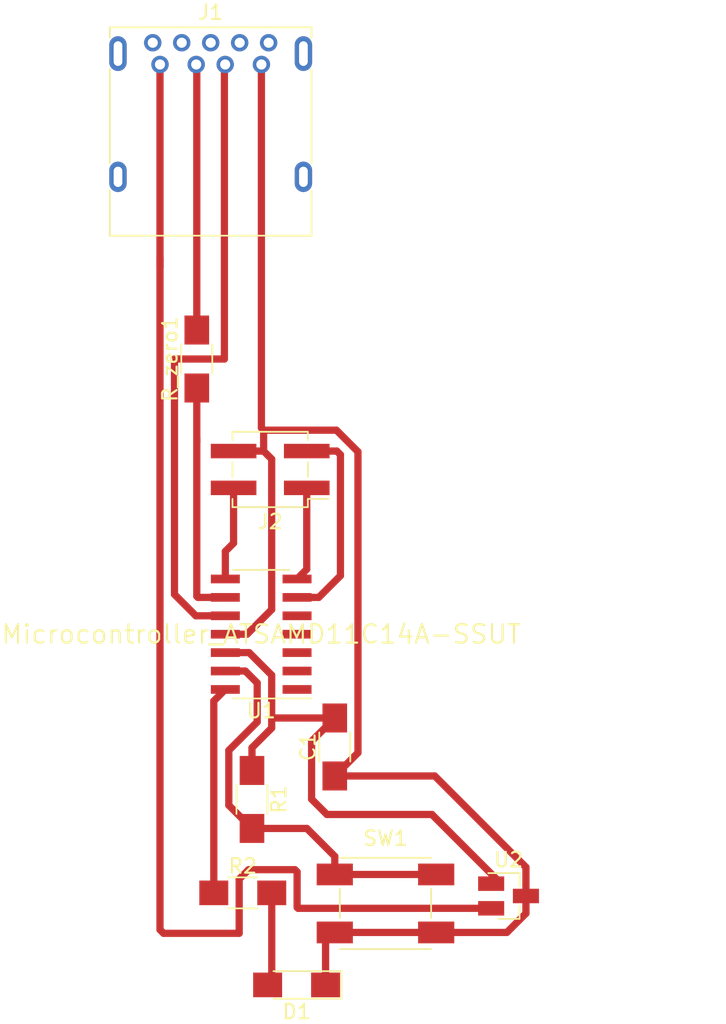
<source format=kicad_pcb>
(kicad_pcb (version 20171130) (host pcbnew "(5.1.10-1-10_14)")

  (general
    (thickness 1.6)
    (drawings 0)
    (tracks 86)
    (zones 0)
    (modules 10)
    (nets 19)
  )

  (page A4)
  (layers
    (0 F.Cu signal)
    (31 B.Cu signal)
    (32 B.Adhes user)
    (33 F.Adhes user)
    (34 B.Paste user)
    (35 F.Paste user)
    (36 B.SilkS user)
    (37 F.SilkS user)
    (38 B.Mask user)
    (39 F.Mask user)
    (40 Dwgs.User user)
    (41 Cmts.User user)
    (42 Eco1.User user)
    (43 Eco2.User user)
    (44 Edge.Cuts user)
    (45 Margin user)
    (46 B.CrtYd user)
    (47 F.CrtYd user)
    (48 B.Fab user)
    (49 F.Fab user)
  )

  (setup
    (last_trace_width 0.5)
    (trace_clearance 0.5)
    (zone_clearance 0.508)
    (zone_45_only no)
    (trace_min 0.2)
    (via_size 0.8)
    (via_drill 0.4)
    (via_min_size 0.4)
    (via_min_drill 0.3)
    (uvia_size 0.3)
    (uvia_drill 0.1)
    (uvias_allowed no)
    (uvia_min_size 0.2)
    (uvia_min_drill 0.1)
    (edge_width 0.05)
    (segment_width 0.2)
    (pcb_text_width 0.3)
    (pcb_text_size 1.5 1.5)
    (mod_edge_width 0.12)
    (mod_text_size 1 1)
    (mod_text_width 0.15)
    (pad_size 1.524 1.524)
    (pad_drill 0.762)
    (pad_to_mask_clearance 0)
    (aux_axis_origin 0 0)
    (visible_elements FFFFFF7F)
    (pcbplotparams
      (layerselection 0x010fc_ffffffff)
      (usegerberextensions false)
      (usegerberattributes true)
      (usegerberadvancedattributes true)
      (creategerberjobfile true)
      (excludeedgelayer true)
      (linewidth 0.100000)
      (plotframeref false)
      (viasonmask false)
      (mode 1)
      (useauxorigin false)
      (hpglpennumber 1)
      (hpglpenspeed 20)
      (hpglpendiameter 15.000000)
      (psnegative false)
      (psa4output false)
      (plotreference true)
      (plotvalue true)
      (plotinvisibletext false)
      (padsonsilk false)
      (subtractmaskfromsilk false)
      (outputformat 1)
      (mirror false)
      (drillshape 1)
      (scaleselection 1)
      (outputdirectory ""))
  )

  (net 0 "")
  (net 1 "Net-(D1-Pad2)")
  (net 2 "Net-(J1-Pad2)")
  (net 3 "Net-(J1-Pad3)")
  (net 4 "Net-(J1-Pad5)")
  (net 5 "Net-(J2-Pad1)")
  (net 6 "Net-(J2-Pad2)")
  (net 7 "Net-(J2-Pad3)")
  (net 8 "Net-(R1-Pad2)")
  (net 9 "Net-(R2-Pad1)")
  (net 10 "Net-(U1-Pad1)")
  (net 11 "Net-(U1-Pad2)")
  (net 12 "Net-(U1-Pad3)")
  (net 13 "Net-(U1-Pad4)")
  (net 14 "Net-(U1-Pad5)")
  (net 15 +3V3)
  (net 16 GND)
  (net 17 +5V)
  (net 18 "Net-(R_zero1-Pad1)")

  (net_class Default "This is the default net class."
    (clearance 0.5)
    (trace_width 0.5)
    (via_dia 0.8)
    (via_drill 0.4)
    (uvia_dia 0.3)
    (uvia_drill 0.1)
    (add_net +3V3)
    (add_net +5V)
    (add_net GND)
    (add_net "Net-(D1-Pad2)")
    (add_net "Net-(J1-Pad2)")
    (add_net "Net-(J1-Pad3)")
    (add_net "Net-(J1-Pad5)")
    (add_net "Net-(J2-Pad1)")
    (add_net "Net-(J2-Pad2)")
    (add_net "Net-(J2-Pad3)")
    (add_net "Net-(R1-Pad2)")
    (add_net "Net-(R2-Pad1)")
    (add_net "Net-(R_zero1-Pad1)")
    (add_net "Net-(U1-Pad1)")
    (add_net "Net-(U1-Pad2)")
    (add_net "Net-(U1-Pad3)")
    (add_net "Net-(U1-Pad4)")
    (add_net "Net-(U1-Pad5)")
  )

  (module fab:SOT-23 (layer F.Cu) (tedit 60A7B52C) (tstamp 61622000)
    (at 137.725 110.705)
    (descr "SOT-23, Standard")
    (tags SOT-23)
    (path /617F4D90)
    (attr smd)
    (fp_text reference U2 (at 0 -2.5) (layer F.SilkS)
      (effects (font (size 1 1) (thickness 0.15)))
    )
    (fp_text value Regulator_Linear_LM3480-3.3V-100mA (at 0 2.5) (layer F.Fab)
      (effects (font (size 1 1) (thickness 0.15)))
    )
    (fp_line (start 0.76 1.58) (end -0.7 1.58) (layer F.SilkS) (width 0.12))
    (fp_line (start 0.76 -1.58) (end -1.4 -1.58) (layer F.SilkS) (width 0.12))
    (fp_line (start -2.2 1.75) (end -2.2 -1.75) (layer F.CrtYd) (width 0.05))
    (fp_line (start 2.2 1.75) (end -2.2 1.75) (layer F.CrtYd) (width 0.05))
    (fp_line (start 2.2 -1.75) (end 2.2 1.75) (layer F.CrtYd) (width 0.05))
    (fp_line (start -2.2 -1.75) (end 2.2 -1.75) (layer F.CrtYd) (width 0.05))
    (fp_line (start 0.76 -1.58) (end 0.76 -0.65) (layer F.SilkS) (width 0.12))
    (fp_line (start 0.76 1.58) (end 0.76 0.65) (layer F.SilkS) (width 0.12))
    (fp_line (start -0.7 1.52) (end 0.7 1.52) (layer F.Fab) (width 0.1))
    (fp_line (start 0.7 -1.52) (end 0.7 1.52) (layer F.Fab) (width 0.1))
    (fp_line (start -0.7 -0.95) (end -0.15 -1.52) (layer F.Fab) (width 0.1))
    (fp_line (start -0.15 -1.52) (end 0.7 -1.52) (layer F.Fab) (width 0.1))
    (fp_line (start -0.7 -0.95) (end -0.7 1.5) (layer F.Fab) (width 0.1))
    (fp_text user %R (at 0 0 90) (layer F.Fab)
      (effects (font (size 0.5 0.5) (thickness 0.075)))
    )
    (pad 3 smd rect (at 1.2 0) (size 1.8 1) (layers F.Cu F.Paste F.Mask)
      (net 16 GND))
    (pad 2 smd rect (at -1.2 0.85) (size 1.8 1) (layers F.Cu F.Paste F.Mask)
      (net 17 +5V))
    (pad 1 smd rect (at -1.2 -0.85) (size 1.8 1) (layers F.Cu F.Paste F.Mask)
      (net 15 +3V3))
    (model ${KISYS3DMOD}/TO_SOT_Packages_SMD.3dshapes/SOT-23.wrl
      (at (xyz 0 0 0))
      (scale (xyz 1 1 1))
      (rotate (xyz 0 0 0))
    )
  )

  (module fab:PinHeader_2x02_P2.54mm_Vertical_SMD (layer F.Cu) (tedit 608517CB) (tstamp 616128B4)
    (at 121.27 81.28 180)
    (descr "surface-mounted straight pin header, 2x02, 2.54mm pitch, double rows")
    (tags "Surface mounted pin header SMD 2x02 2.54mm double row")
    (path /6162C177)
    (attr smd)
    (fp_text reference J2 (at 0 -3.6) (layer F.SilkS)
      (effects (font (size 1 1) (thickness 0.15)))
    )
    (fp_text value Conn_PinHeader_2x02_P2.54mm_Vertical_SMD (at 0 3.6) (layer F.Fab)
      (effects (font (size 1 1) (thickness 0.15)))
    )
    (fp_line (start 5.9 -3.05) (end -5.9 -3.05) (layer F.CrtYd) (width 0.05))
    (fp_line (start 5.9 3.05) (end 5.9 -3.05) (layer F.CrtYd) (width 0.05))
    (fp_line (start -5.9 3.05) (end 5.9 3.05) (layer F.CrtYd) (width 0.05))
    (fp_line (start -5.9 -3.05) (end -5.9 3.05) (layer F.CrtYd) (width 0.05))
    (fp_line (start 2.6 -0.51) (end 2.6 0.51) (layer F.SilkS) (width 0.12))
    (fp_line (start -2.6 -0.51) (end -2.6 0.51) (layer F.SilkS) (width 0.12))
    (fp_line (start 2.6 2.03) (end 2.6 2.6) (layer F.SilkS) (width 0.12))
    (fp_line (start -2.6 2.03) (end -2.6 2.6) (layer F.SilkS) (width 0.12))
    (fp_line (start 2.6 -2.6) (end 2.6 -2.03) (layer F.SilkS) (width 0.12))
    (fp_line (start -2.6 -2.6) (end -2.6 -2.03) (layer F.SilkS) (width 0.12))
    (fp_line (start -4.04 -2.03) (end -2.6 -2.03) (layer F.SilkS) (width 0.12))
    (fp_line (start -2.6 2.6) (end 2.6 2.6) (layer F.SilkS) (width 0.12))
    (fp_line (start -2.6 -2.6) (end 2.6 -2.6) (layer F.SilkS) (width 0.12))
    (fp_line (start 3.6 1.59) (end 2.54 1.59) (layer F.Fab) (width 0.1))
    (fp_line (start 3.6 0.95) (end 3.6 1.59) (layer F.Fab) (width 0.1))
    (fp_line (start 2.54 0.95) (end 3.6 0.95) (layer F.Fab) (width 0.1))
    (fp_line (start -3.6 1.59) (end -2.54 1.59) (layer F.Fab) (width 0.1))
    (fp_line (start -3.6 0.95) (end -3.6 1.59) (layer F.Fab) (width 0.1))
    (fp_line (start -2.54 0.95) (end -3.6 0.95) (layer F.Fab) (width 0.1))
    (fp_line (start 3.6 -0.95) (end 2.54 -0.95) (layer F.Fab) (width 0.1))
    (fp_line (start 3.6 -1.59) (end 3.6 -0.95) (layer F.Fab) (width 0.1))
    (fp_line (start 2.54 -1.59) (end 3.6 -1.59) (layer F.Fab) (width 0.1))
    (fp_line (start -3.6 -0.95) (end -2.54 -0.95) (layer F.Fab) (width 0.1))
    (fp_line (start -3.6 -1.59) (end -3.6 -0.95) (layer F.Fab) (width 0.1))
    (fp_line (start -2.54 -1.59) (end -3.6 -1.59) (layer F.Fab) (width 0.1))
    (fp_line (start 2.54 -2.54) (end 2.54 2.54) (layer F.Fab) (width 0.1))
    (fp_line (start -2.54 -1.59) (end -1.59 -2.54) (layer F.Fab) (width 0.1))
    (fp_line (start -2.54 2.54) (end -2.54 -1.59) (layer F.Fab) (width 0.1))
    (fp_line (start -1.59 -2.54) (end 2.54 -2.54) (layer F.Fab) (width 0.1))
    (fp_line (start 2.54 2.54) (end -2.54 2.54) (layer F.Fab) (width 0.1))
    (fp_text user %R (at 0 0 90) (layer F.Fab)
      (effects (font (size 1 1) (thickness 0.15)))
    )
    (pad 1 smd rect (at -2.525 -1.27 180) (size 3.15 1) (layers F.Cu F.Paste F.Mask)
      (net 5 "Net-(J2-Pad1)"))
    (pad 2 smd rect (at 2.525 -1.27 180) (size 3.15 1) (layers F.Cu F.Paste F.Mask)
      (net 6 "Net-(J2-Pad2)"))
    (pad 3 smd rect (at -2.525 1.27 180) (size 3.15 1) (layers F.Cu F.Paste F.Mask)
      (net 7 "Net-(J2-Pad3)"))
    (pad 4 smd rect (at 2.525 1.27 180) (size 3.15 1) (layers F.Cu F.Paste F.Mask)
      (net 16 GND))
    (model ${KISYS3DMOD}/Connector_PinHeader_2.54mm.3dshapes/PinHeader_2x02_P2.54mm_Vertical_SMD.wrl
      (at (xyz 0 0 0))
      (scale (xyz 1 1 1))
      (rotate (xyz 0 0 0))
    )
  )

  (module fab:SOIC-14_3.9x8.7mm_P1.27mm (layer F.Cu) (tedit 60030324) (tstamp 616124B4)
    (at 120.65 92.645 180)
    (descr "SOIC, 14 Pin, fab version")
    (tags "SOIC fab")
    (path /61604A46)
    (attr smd)
    (fp_text reference U1 (at 0 -5.28) (layer F.SilkS)
      (effects (font (size 1 1) (thickness 0.15)))
    )
    (fp_text value Microcontroller_ATSAMD11C14A-SSUT (at 0 0) (layer F.SilkS)
      (effects (font (size 1.27 1.27) (thickness 0.15)))
    )
    (fp_line (start -1.95 -3.35) (end -0.975 -4.325) (layer F.Fab) (width 0.1))
    (fp_line (start -1.95 4.325) (end -1.95 -3.35) (layer F.Fab) (width 0.1))
    (fp_line (start 1.95 4.325) (end -1.95 4.325) (layer F.Fab) (width 0.1))
    (fp_line (start 1.95 -4.325) (end 1.95 4.325) (layer F.Fab) (width 0.1))
    (fp_line (start -0.975 -4.325) (end 1.95 -4.325) (layer F.Fab) (width 0.1))
    (fp_line (start 0 -4.435) (end -3.45 -4.435) (layer F.SilkS) (width 0.12))
    (fp_line (start 0 -4.435) (end 1.95 -4.435) (layer F.SilkS) (width 0.12))
    (fp_line (start 0 4.435) (end -1.95 4.435) (layer F.SilkS) (width 0.12))
    (fp_line (start 0 4.435) (end 1.95 4.435) (layer F.SilkS) (width 0.12))
    (fp_line (start -3.6 -4.5) (end 3.7 -4.5) (layer F.CrtYd) (width 0.05))
    (fp_line (start 3.7 -4.5) (end 3.7 4.5) (layer F.CrtYd) (width 0.05))
    (fp_line (start 3.7 4.5) (end -3.6 4.5) (layer F.CrtYd) (width 0.05))
    (fp_line (start -3.6 4.5) (end -3.6 -4.5) (layer F.CrtYd) (width 0.05))
    (fp_text user %R (at 0 0) (layer F.CrtYd)
      (effects (font (size 1 1) (thickness 0.15)))
    )
    (pad 1 smd rect (at -2.475 -3.81 180) (size 2 0.6) (layers F.Cu F.Paste F.Mask)
      (net 10 "Net-(U1-Pad1)"))
    (pad 2 smd rect (at -2.475 -2.54 180) (size 2 0.6) (layers F.Cu F.Paste F.Mask)
      (net 11 "Net-(U1-Pad2)"))
    (pad 3 smd rect (at -2.475 -1.27 180) (size 2 0.6) (layers F.Cu F.Paste F.Mask)
      (net 12 "Net-(U1-Pad3)"))
    (pad 4 smd rect (at -2.475 0 180) (size 2 0.6) (layers F.Cu F.Paste F.Mask)
      (net 13 "Net-(U1-Pad4)"))
    (pad 5 smd rect (at -2.475 1.27 180) (size 2 0.6) (layers F.Cu F.Paste F.Mask)
      (net 14 "Net-(U1-Pad5)"))
    (pad 6 smd rect (at -2.475 2.54 180) (size 2 0.6) (layers F.Cu F.Paste F.Mask)
      (net 7 "Net-(J2-Pad3)"))
    (pad 7 smd rect (at -2.475 3.81 180) (size 2 0.6) (layers F.Cu F.Paste F.Mask)
      (net 5 "Net-(J2-Pad1)"))
    (pad 8 smd rect (at 2.475 3.81 180) (size 2 0.6) (layers F.Cu F.Paste F.Mask)
      (net 6 "Net-(J2-Pad2)"))
    (pad 9 smd rect (at 2.475 2.54 180) (size 2 0.6) (layers F.Cu F.Paste F.Mask)
      (net 18 "Net-(R_zero1-Pad1)"))
    (pad 10 smd rect (at 2.475 1.27 180) (size 2 0.6) (layers F.Cu F.Paste F.Mask)
      (net 3 "Net-(J1-Pad3)"))
    (pad 11 smd rect (at 2.475 0 180) (size 2 0.6) (layers F.Cu F.Paste F.Mask)
      (net 16 GND))
    (pad 12 smd rect (at 2.475 -1.27 180) (size 2 0.6) (layers F.Cu F.Paste F.Mask)
      (net 15 +3V3))
    (pad 13 smd rect (at 2.475 -2.54 180) (size 2 0.6) (layers F.Cu F.Paste F.Mask)
      (net 8 "Net-(R1-Pad2)"))
    (pad 14 smd rect (at 2.475 -3.81 180) (size 2 0.6) (layers F.Cu F.Paste F.Mask)
      (net 9 "Net-(R2-Pad1)"))
    (model ${FAB}/fab.3dshapes/SOIC-14_3.9x8.7mm_P1.27mm.step
      (at (xyz 0 0 0))
      (scale (xyz 1 1 1))
      (rotate (xyz 0 0 0))
    )
  )

  (module Connector_USB:USB3_A_Molex_48393-001 (layer F.Cu) (tedit 5A142044) (tstamp 6160C5CB)
    (at 113.665 53.34)
    (descr "USB 3.0, type A, right angle (http://www.molex.com/pdm_docs/sd/483930003_sd.pdf)")
    (tags "USB 3.0 type A right angle")
    (path /61606C2B)
    (fp_text reference J1 (at 3.5 -3.6) (layer F.SilkS)
      (effects (font (size 1 1) (thickness 0.15)))
    )
    (fp_text value USB_A (at 3.5 13) (layer F.Fab)
      (effects (font (size 1 1) (thickness 0.15)))
    )
    (fp_line (start -3.46 -2.56) (end -3.46 -1.85) (layer F.SilkS) (width 0.12))
    (fp_line (start 10.46 -2.56) (end 10.46 -1.85) (layer F.SilkS) (width 0.12))
    (fp_line (start -3.4 11.75) (end -3.4 -2.5) (layer F.Fab) (width 0.1))
    (fp_line (start 10.4 -2.5) (end 10.4 11.75) (layer F.Fab) (width 0.1))
    (fp_line (start -4 12.3) (end -4 -3) (layer F.CrtYd) (width 0.05))
    (fp_line (start 11 12.3) (end -4 12.3) (layer F.CrtYd) (width 0.05))
    (fp_line (start 11 -3) (end 11 12.3) (layer F.CrtYd) (width 0.05))
    (fp_line (start -4 -3) (end 11 -3) (layer F.CrtYd) (width 0.05))
    (fp_line (start -3.46 -2.56) (end 10.46 -2.56) (layer F.SilkS) (width 0.12))
    (fp_line (start 10.46 6.8) (end 10.46 0.35) (layer F.SilkS) (width 0.12))
    (fp_line (start -3.46 6.8) (end -3.46 0.35) (layer F.SilkS) (width 0.12))
    (fp_line (start -3.46 11.81) (end -3.46 8.7) (layer F.SilkS) (width 0.12))
    (fp_line (start 10.46 11.81) (end 10.46 8.7) (layer F.SilkS) (width 0.12))
    (fp_line (start -3.46 11.81) (end 10.46 11.81) (layer F.SilkS) (width 0.12))
    (fp_line (start 10.4 11.75) (end -3.4 11.75) (layer F.Fab) (width 0.1))
    (fp_line (start -3.4 -2.5) (end 10.4 -2.5) (layer F.Fab) (width 0.1))
    (fp_text user %R (at 3.5 5) (layer F.Fab)
      (effects (font (size 1 1) (thickness 0.15)))
    )
    (pad 1 thru_hole circle (at 0 0) (size 1.2 1.2) (drill 0.7) (layers *.Cu *.Mask)
      (net 17 +5V))
    (pad 2 thru_hole circle (at 2.5 0) (size 1.2 1.2) (drill 0.7) (layers *.Cu *.Mask)
      (net 2 "Net-(J1-Pad2)"))
    (pad 3 thru_hole circle (at 4.5 0) (size 1.2 1.2) (drill 0.7) (layers *.Cu *.Mask)
      (net 3 "Net-(J1-Pad3)"))
    (pad 4 thru_hole circle (at 7 0) (size 1.2 1.2) (drill 0.7) (layers *.Cu *.Mask)
      (net 16 GND))
    (pad 5 thru_hole circle (at 7.5 -1.5) (size 1.2 1.2) (drill 0.7) (layers *.Cu *.Mask)
      (net 4 "Net-(J1-Pad5)"))
    (pad 6 thru_hole circle (at 5.5 -1.5) (size 1.2 1.2) (drill 0.7) (layers *.Cu *.Mask))
    (pad 7 thru_hole circle (at 3.5 -1.5) (size 1.2 1.2) (drill 0.7) (layers *.Cu *.Mask))
    (pad 8 thru_hole circle (at 1.5 -1.5) (size 1.2 1.2) (drill 0.7) (layers *.Cu *.Mask))
    (pad 9 thru_hole circle (at -0.5 -1.5) (size 1.2 1.2) (drill 0.7) (layers *.Cu *.Mask))
    (pad 10 thru_hole oval (at 9.9 -0.75) (size 1.2 2.4) (drill oval 0.6 1.7) (layers *.Cu *.Mask))
    (pad 10 thru_hole oval (at -2.9 -0.75) (size 1.2 2.4) (drill oval 0.6 1.7) (layers *.Cu *.Mask))
    (pad 10 thru_hole oval (at 9.9 7.75) (size 1.2 2.1) (drill oval 0.6 1.4) (layers *.Cu *.Mask))
    (pad 10 thru_hole oval (at -2.9 7.75) (size 1.2 2.1) (drill oval 0.6 1.4) (layers *.Cu *.Mask))
    (model ${KISYS3DMOD}/Connector_USB.3dshapes/USB3_A_Molex_48393-001.wrl
      (at (xyz 0 0 0))
      (scale (xyz 1 1 1))
      (rotate (xyz 0 0 0))
    )
  )

  (module fab:Button_Omron_B3SN_6x6mm (layer F.Cu) (tedit 5EC65B05) (tstamp 616112C0)
    (at 129.23 111.22)
    (descr "Surface Mount Tactile Switch for High-Density Packaging")
    (tags "Tactile Switch")
    (path /6161273C)
    (attr smd)
    (fp_text reference SW1 (at 0 -4.5) (layer F.SilkS)
      (effects (font (size 1 1) (thickness 0.15)))
    )
    (fp_text value BUTTON_B3SN (at 0 4.5) (layer F.Fab)
      (effects (font (size 1 1) (thickness 0.15)))
    )
    (fp_line (start -3 3) (end -3 -3) (layer F.Fab) (width 0.1))
    (fp_line (start 3 3) (end -3 3) (layer F.Fab) (width 0.1))
    (fp_line (start 3 -3) (end 3 3) (layer F.Fab) (width 0.1))
    (fp_line (start -3 -3) (end 3 -3) (layer F.Fab) (width 0.1))
    (fp_circle (center 0 0) (end 1.65 0) (layer F.Fab) (width 0.1))
    (fp_line (start 3.15 -1) (end 3.15 1) (layer F.SilkS) (width 0.12))
    (fp_line (start 3.15 3.15) (end -3.15 3.15) (layer F.SilkS) (width 0.12))
    (fp_line (start -3.15 1) (end -3.15 -1) (layer F.SilkS) (width 0.12))
    (fp_line (start -3.15 -3.15) (end 3.15 -3.15) (layer F.SilkS) (width 0.12))
    (fp_line (start -5 -3.7) (end -5 3.7) (layer F.CrtYd) (width 0.05))
    (fp_line (start 5 -3.7) (end -5 -3.7) (layer F.CrtYd) (width 0.05))
    (fp_line (start 5 3.7) (end 5 -3.7) (layer F.CrtYd) (width 0.05))
    (fp_line (start -5 3.7) (end 5 3.7) (layer F.CrtYd) (width 0.05))
    (fp_text user %R (at 0 -4.5) (layer F.Fab)
      (effects (font (size 1 1) (thickness 0.15)))
    )
    (pad 2 smd rect (at 3.5 2) (size 2.5 1.5) (layers F.Cu F.Paste F.Mask)
      (net 16 GND))
    (pad 2 smd rect (at -3.5 2) (size 2.5 1.5) (layers F.Cu F.Paste F.Mask)
      (net 16 GND))
    (pad 1 smd rect (at 3.5 -2) (size 2.5 1.5) (layers F.Cu F.Paste F.Mask)
      (net 8 "Net-(R1-Pad2)"))
    (pad 1 smd rect (at -3.5 -2) (size 2.5 1.5) (layers F.Cu F.Paste F.Mask)
      (net 8 "Net-(R1-Pad2)"))
    (model ${KISYS3DMOD}/Buttons_Switches_SMD.3dshapes/SW_SPST_B3S-1000.wrl
      (at (xyz 0 0 0))
      (scale (xyz 1 1 1))
      (rotate (xyz 0 0 0))
    )
  )

  (module fab:C_1206 (layer F.Cu) (tedit 6002C54C) (tstamp 61611546)
    (at 125.73 100.425 90)
    (descr "Capacitor SMD 1206, hand soldering")
    (tags "capacitor 1206")
    (path /6160B195)
    (attr smd)
    (fp_text reference C1 (at 0 -1.85 90) (layer F.SilkS)
      (effects (font (size 1 1) (thickness 0.15)))
    )
    (fp_text value C (at 0 1.9 90) (layer F.Fab)
      (effects (font (size 1 1) (thickness 0.15)))
    )
    (fp_line (start -1.6 0.8) (end -1.6 -0.8) (layer F.Fab) (width 0.1))
    (fp_line (start 1.6 0.8) (end -1.6 0.8) (layer F.Fab) (width 0.1))
    (fp_line (start 1.6 -0.8) (end 1.6 0.8) (layer F.Fab) (width 0.1))
    (fp_line (start -1.6 -0.8) (end 1.6 -0.8) (layer F.Fab) (width 0.1))
    (fp_line (start 1 1.07) (end -1 1.07) (layer F.SilkS) (width 0.12))
    (fp_line (start -1 -1.07) (end 1 -1.07) (layer F.SilkS) (width 0.12))
    (fp_line (start -3.25 -1.11) (end 3.25 -1.11) (layer F.CrtYd) (width 0.05))
    (fp_line (start -3.25 -1.11) (end -3.25 1.1) (layer F.CrtYd) (width 0.05))
    (fp_line (start 3.25 1.1) (end 3.25 -1.11) (layer F.CrtYd) (width 0.05))
    (fp_line (start 3.25 1.1) (end -3.25 1.1) (layer F.CrtYd) (width 0.05))
    (fp_text user %R (at 0 0 180) (layer F.Fab)
      (effects (font (size 0.7 0.7) (thickness 0.105)))
    )
    (pad 2 smd rect (at 2 0 90) (size 2 1.7) (layers F.Cu F.Paste F.Mask)
      (net 15 +3V3))
    (pad 1 smd rect (at -2 0 90) (size 2 1.7) (layers F.Cu F.Paste F.Mask)
      (net 16 GND))
    (model ${FAB}/fab.3dshapes/C_1206.step
      (at (xyz 0 0 0))
      (scale (xyz 1 1 1))
      (rotate (xyz 0 0 0))
    )
  )

  (module fab:LED_1206 (layer F.Cu) (tedit 595FC724) (tstamp 61612B17)
    (at 123.095 116.84 180)
    (descr "LED SMD 1206, hand soldering")
    (tags "LED 1206")
    (path /61612F58)
    (attr smd)
    (fp_text reference D1 (at 0 -1.85) (layer F.SilkS)
      (effects (font (size 1 1) (thickness 0.15)))
    )
    (fp_text value LED (at 0 1.9) (layer F.Fab)
      (effects (font (size 1 1) (thickness 0.15)))
    )
    (fp_line (start 3.25 1.1) (end -3.25 1.1) (layer F.CrtYd) (width 0.05))
    (fp_line (start 3.25 1.1) (end 3.25 -1.11) (layer F.CrtYd) (width 0.05))
    (fp_line (start -3.25 -1.11) (end -3.25 1.1) (layer F.CrtYd) (width 0.05))
    (fp_line (start -3.25 -1.11) (end 3.25 -1.11) (layer F.CrtYd) (width 0.05))
    (fp_line (start -3.1 -0.95) (end 1.6 -0.95) (layer F.SilkS) (width 0.12))
    (fp_line (start -3.1 0.95) (end 1.6 0.95) (layer F.SilkS) (width 0.12))
    (fp_line (start -1.6 -0.8) (end 1.6 -0.8) (layer F.Fab) (width 0.1))
    (fp_line (start 1.6 -0.8) (end 1.6 0.8) (layer F.Fab) (width 0.1))
    (fp_line (start 1.6 0.8) (end -1.6 0.8) (layer F.Fab) (width 0.1))
    (fp_line (start -1.6 0.8) (end -1.6 -0.8) (layer F.Fab) (width 0.1))
    (fp_line (start -0.45 -0.4) (end -0.45 0.4) (layer F.Fab) (width 0.1))
    (fp_line (start 0.2 0.4) (end -0.4 0) (layer F.Fab) (width 0.1))
    (fp_line (start 0.2 -0.4) (end 0.2 0.4) (layer F.Fab) (width 0.1))
    (fp_line (start -0.4 0) (end 0.2 -0.4) (layer F.Fab) (width 0.1))
    (fp_line (start -3.1 -0.95) (end -3.1 0.95) (layer F.SilkS) (width 0.12))
    (pad 2 smd rect (at 2 0 180) (size 2 1.7) (layers F.Cu F.Paste F.Mask)
      (net 1 "Net-(D1-Pad2)"))
    (pad 1 smd rect (at -2 0 180) (size 2 1.7) (layers F.Cu F.Paste F.Mask)
      (net 16 GND))
    (model ${KISYS3DMOD}/LEDs.3dshapes/LED_1206.wrl
      (at (xyz 0 0 0))
      (scale (xyz 1 1 1))
      (rotate (xyz 0 0 180))
    )
  )

  (module fab:R_1206 (layer F.Cu) (tedit 60020482) (tstamp 61612BEC)
    (at 120.015 104.045 270)
    (descr "Resistor SMD 1206, hand soldering")
    (tags "resistor 1206")
    (path /6161E123)
    (attr smd)
    (fp_text reference R1 (at 0 -1.85 90) (layer F.SilkS)
      (effects (font (size 1 1) (thickness 0.15)))
    )
    (fp_text value R (at 0 1.9 180) (layer F.Fab)
      (effects (font (size 1 1) (thickness 0.15)))
    )
    (fp_line (start 3.25 1.1) (end -3.25 1.1) (layer F.CrtYd) (width 0.05))
    (fp_line (start 3.25 1.1) (end 3.25 -1.11) (layer F.CrtYd) (width 0.05))
    (fp_line (start -3.25 -1.11) (end -3.25 1.1) (layer F.CrtYd) (width 0.05))
    (fp_line (start -3.25 -1.11) (end 3.25 -1.11) (layer F.CrtYd) (width 0.05))
    (fp_line (start -1 -1.07) (end 1 -1.07) (layer F.SilkS) (width 0.12))
    (fp_line (start 1 1.07) (end -1 1.07) (layer F.SilkS) (width 0.12))
    (fp_line (start -1.6 -0.8) (end 1.6 -0.8) (layer F.Fab) (width 0.1))
    (fp_line (start 1.6 -0.8) (end 1.6 0.8) (layer F.Fab) (width 0.1))
    (fp_line (start 1.6 0.8) (end -1.6 0.8) (layer F.Fab) (width 0.1))
    (fp_line (start -1.6 0.8) (end -1.6 -0.8) (layer F.Fab) (width 0.1))
    (fp_text user %R (at 0 0 90) (layer F.Fab)
      (effects (font (size 0.7 0.7) (thickness 0.105)))
    )
    (pad 1 smd rect (at -2 0 270) (size 2 1.7) (layers F.Cu F.Paste F.Mask)
      (net 15 +3V3))
    (pad 2 smd rect (at 2 0 270) (size 2 1.7) (layers F.Cu F.Paste F.Mask)
      (net 8 "Net-(R1-Pad2)"))
    (model ${FAB}/fab.3dshapes/R_1206.step
      (at (xyz 0 0 0))
      (scale (xyz 1 1 1))
      (rotate (xyz 0 0 0))
    )
  )

  (module fab:R_1206 (layer F.Cu) (tedit 60020482) (tstamp 6160CDB8)
    (at 119.38 110.49)
    (descr "Resistor SMD 1206, hand soldering")
    (tags "resistor 1206")
    (path /61614584)
    (attr smd)
    (fp_text reference R2 (at 0 -1.85) (layer F.SilkS)
      (effects (font (size 1 1) (thickness 0.15)))
    )
    (fp_text value R (at 0 1.9) (layer F.Fab)
      (effects (font (size 1 1) (thickness 0.15)))
    )
    (fp_line (start -1.6 0.8) (end -1.6 -0.8) (layer F.Fab) (width 0.1))
    (fp_line (start 1.6 0.8) (end -1.6 0.8) (layer F.Fab) (width 0.1))
    (fp_line (start 1.6 -0.8) (end 1.6 0.8) (layer F.Fab) (width 0.1))
    (fp_line (start -1.6 -0.8) (end 1.6 -0.8) (layer F.Fab) (width 0.1))
    (fp_line (start 1 1.07) (end -1 1.07) (layer F.SilkS) (width 0.12))
    (fp_line (start -1 -1.07) (end 1 -1.07) (layer F.SilkS) (width 0.12))
    (fp_line (start -3.25 -1.11) (end 3.25 -1.11) (layer F.CrtYd) (width 0.05))
    (fp_line (start -3.25 -1.11) (end -3.25 1.1) (layer F.CrtYd) (width 0.05))
    (fp_line (start 3.25 1.1) (end 3.25 -1.11) (layer F.CrtYd) (width 0.05))
    (fp_line (start 3.25 1.1) (end -3.25 1.1) (layer F.CrtYd) (width 0.05))
    (fp_text user %R (at 0 0 180) (layer F.Fab)
      (effects (font (size 0.7 0.7) (thickness 0.105)))
    )
    (pad 2 smd rect (at 2 0) (size 2 1.7) (layers F.Cu F.Paste F.Mask)
      (net 1 "Net-(D1-Pad2)"))
    (pad 1 smd rect (at -2 0) (size 2 1.7) (layers F.Cu F.Paste F.Mask)
      (net 9 "Net-(R2-Pad1)"))
    (model ${FAB}/fab.3dshapes/R_1206.step
      (at (xyz 0 0 0))
      (scale (xyz 1 1 1))
      (rotate (xyz 0 0 0))
    )
  )

  (module fab:R_1206 (layer F.Cu) (tedit 60020482) (tstamp 61612A24)
    (at 116.205 73.66 90)
    (descr "Resistor SMD 1206, hand soldering")
    (tags "resistor 1206")
    (path /617DDE94)
    (attr smd)
    (fp_text reference R_zero1 (at 0 -1.85 90) (layer F.SilkS)
      (effects (font (size 1 1) (thickness 0.15)))
    )
    (fp_text value R (at 0 1.9 90) (layer F.Fab)
      (effects (font (size 1 1) (thickness 0.15)))
    )
    (fp_line (start 3.25 1.1) (end -3.25 1.1) (layer F.CrtYd) (width 0.05))
    (fp_line (start 3.25 1.1) (end 3.25 -1.11) (layer F.CrtYd) (width 0.05))
    (fp_line (start -3.25 -1.11) (end -3.25 1.1) (layer F.CrtYd) (width 0.05))
    (fp_line (start -3.25 -1.11) (end 3.25 -1.11) (layer F.CrtYd) (width 0.05))
    (fp_line (start -1 -1.07) (end 1 -1.07) (layer F.SilkS) (width 0.12))
    (fp_line (start 1 1.07) (end -1 1.07) (layer F.SilkS) (width 0.12))
    (fp_line (start -1.6 -0.8) (end 1.6 -0.8) (layer F.Fab) (width 0.1))
    (fp_line (start 1.6 -0.8) (end 1.6 0.8) (layer F.Fab) (width 0.1))
    (fp_line (start 1.6 0.8) (end -1.6 0.8) (layer F.Fab) (width 0.1))
    (fp_line (start -1.6 0.8) (end -1.6 -0.8) (layer F.Fab) (width 0.1))
    (fp_text user %R (at 0 0 90) (layer F.Fab)
      (effects (font (size 0.7 0.7) (thickness 0.105)))
    )
    (pad 2 smd rect (at 2 0 90) (size 2 1.7) (layers F.Cu F.Paste F.Mask)
      (net 2 "Net-(J1-Pad2)"))
    (pad 1 smd rect (at -2 0 90) (size 2 1.7) (layers F.Cu F.Paste F.Mask)
      (net 18 "Net-(R_zero1-Pad1)"))
    (model ${FAB}/fab.3dshapes/R_1206.step
      (at (xyz 0 0 0))
      (scale (xyz 1 1 1))
      (rotate (xyz 0 0 0))
    )
  )

  (segment (start 121.38 116.555) (end 121.095 116.84) (width 0.5) (layer F.Cu) (net 1))
  (segment (start 121.38 110.49) (end 121.38 116.555) (width 0.5) (layer F.Cu) (net 1))
  (segment (start 116.205 53.38) (end 116.165 53.34) (width 0.5) (layer F.Cu) (net 2))
  (segment (start 116.205 71.66) (end 116.205 53.38) (width 0.5) (layer F.Cu) (net 2))
  (segment (start 118.175 90.105) (end 116.284226 90.105) (width 0.5) (layer F.Cu) (net 18))
  (segment (start 116.284226 90.105) (end 116.205 90.025774) (width 0.5) (layer F.Cu) (net 18))
  (segment (start 116.205 79.375) (end 116.205 76.2) (width 0.5) (layer F.Cu) (net 18))
  (segment (start 116.205 90.025774) (end 116.205 79.375) (width 0.5) (layer F.Cu) (net 18))
  (segment (start 116.205 79.375) (end 116.205 79.124998) (width 0.5) (layer F.Cu) (net 18))
  (segment (start 114.66501 73.66) (end 118.11 73.66) (width 0.5) (layer F.Cu) (net 3))
  (segment (start 114.66501 89.90001) (end 114.66501 73.66) (width 0.5) (layer F.Cu) (net 3))
  (segment (start 116.14 91.375) (end 114.66501 89.90001) (width 0.5) (layer F.Cu) (net 3))
  (segment (start 118.175 91.375) (end 116.14 91.375) (width 0.5) (layer F.Cu) (net 3))
  (segment (start 118.11 53.395) (end 118.165 53.34) (width 0.5) (layer F.Cu) (net 3))
  (segment (start 118.11 73.66) (end 118.11 53.395) (width 0.5) (layer F.Cu) (net 3))
  (segment (start 123.795 88.165) (end 123.4425 88.5175) (width 0.5) (layer F.Cu) (net 5))
  (segment (start 123.795 82.55) (end 123.795 88.165) (width 0.5) (layer F.Cu) (net 5))
  (segment (start 123.125 88.835) (end 123.4425 88.5175) (width 0.5) (layer F.Cu) (net 5))
  (segment (start 118.175 88.835) (end 118.175 86.93) (width 0.5) (layer F.Cu) (net 6) (tstamp 6161297C))
  (segment (start 118.745 86.36) (end 118.175 86.93) (width 0.5) (layer F.Cu) (net 6))
  (segment (start 118.745 82.55) (end 118.745 86.36) (width 0.5) (layer F.Cu) (net 6))
  (segment (start 126.120001 80.260001) (end 125.87 80.01) (width 0.5) (layer F.Cu) (net 7))
  (segment (start 125.87 80.01) (end 123.795 80.01) (width 0.5) (layer F.Cu) (net 7))
  (segment (start 126.120001 88.609999) (end 126.120001 80.260001) (width 0.5) (layer F.Cu) (net 7))
  (segment (start 124.625 90.105) (end 126.120001 88.609999) (width 0.5) (layer F.Cu) (net 7))
  (segment (start 123.125 90.105) (end 124.625 90.105) (width 0.5) (layer F.Cu) (net 7))
  (segment (start 125.73 109.22) (end 125.73 107.97) (width 0.5) (layer F.Cu) (net 8))
  (segment (start 125.73 109.22) (end 132.73 109.22) (width 0.5) (layer F.Cu) (net 8))
  (segment (start 123.805 106.045) (end 125.73 107.97) (width 0.5) (layer F.Cu) (net 8))
  (segment (start 120.015 106.045) (end 123.805 106.045) (width 0.5) (layer F.Cu) (net 8))
  (segment (start 118.414999 104.444999) (end 120.015 106.045) (width 0.5) (layer F.Cu) (net 8))
  (segment (start 118.414999 100.660001) (end 118.414999 104.444999) (width 0.5) (layer F.Cu) (net 8))
  (segment (start 120.374989 98.700011) (end 118.414999 100.660001) (width 0.5) (layer F.Cu) (net 8))
  (segment (start 119.555002 95.185) (end 120.374989 96.004987) (width 0.5) (layer F.Cu) (net 8))
  (segment (start 120.374989 96.004987) (end 120.374989 98.700011) (width 0.5) (layer F.Cu) (net 8))
  (segment (start 118.175 95.185) (end 119.555002 95.185) (width 0.5) (layer F.Cu) (net 8))
  (segment (start 117.38 97.25) (end 117.38 110.49) (width 0.5) (layer F.Cu) (net 9))
  (segment (start 118.175 96.455) (end 117.38 97.25) (width 0.5) (layer F.Cu) (net 9))
  (segment (start 132.434999 105.079999) (end 136.845 109.49) (width 0.5) (layer F.Cu) (net 15))
  (segment (start 120.015 100.474227) (end 120.015 102.045) (width 0.5) (layer F.Cu) (net 15))
  (segment (start 119.819227 93.915) (end 121.374999 95.470772) (width 0.5) (layer F.Cu) (net 15))
  (segment (start 121.374999 99.114228) (end 120.015 100.474227) (width 0.5) (layer F.Cu) (net 15))
  (segment (start 118.175 93.915) (end 119.819227 93.915) (width 0.5) (layer F.Cu) (net 15))
  (segment (start 125.73 98.425) (end 121.464998 98.425) (width 0.5) (layer F.Cu) (net 15))
  (segment (start 121.374999 98.335001) (end 121.374999 99.114228) (width 0.5) (layer F.Cu) (net 15))
  (segment (start 121.464998 98.425) (end 121.374999 98.335001) (width 0.5) (layer F.Cu) (net 15))
  (segment (start 121.374999 95.470772) (end 121.374999 98.335001) (width 0.5) (layer F.Cu) (net 15))
  (segment (start 125.184997 105.079999) (end 132.434999 105.079999) (width 0.5) (layer F.Cu) (net 15))
  (segment (start 124.129999 104.025001) (end 125.184997 105.079999) (width 0.5) (layer F.Cu) (net 15))
  (segment (start 124.129999 100.025001) (end 124.129999 104.025001) (width 0.5) (layer F.Cu) (net 15))
  (segment (start 125.73 98.425) (end 124.129999 100.025001) (width 0.5) (layer F.Cu) (net 15))
  (segment (start 132.86 113.35) (end 132.73 113.22) (width 0.5) (layer F.Cu) (net 16))
  (segment (start 125.73 113.22) (end 132.73 113.22) (width 0.5) (layer F.Cu) (net 16))
  (segment (start 120.82 80.01) (end 118.745 80.01) (width 0.5) (layer F.Cu) (net 16))
  (segment (start 121.374999 80.564999) (end 120.82 80.01) (width 0.5) (layer F.Cu) (net 16))
  (segment (start 121.374999 90.945001) (end 121.374999 80.564999) (width 0.5) (layer F.Cu) (net 16))
  (segment (start 119.675 92.645) (end 121.374999 90.945001) (width 0.5) (layer F.Cu) (net 16))
  (segment (start 118.175 92.645) (end 119.675 92.645) (width 0.5) (layer F.Cu) (net 16))
  (segment (start 120.82 53.495) (end 120.665 53.34) (width 0.5) (layer F.Cu) (net 16))
  (segment (start 120.82 80.01) (end 120.82 78.57) (width 0.5) (layer F.Cu) (net 16))
  (segment (start 125.095 113.855) (end 125.73 113.22) (width 0.5) (layer F.Cu) (net 16))
  (segment (start 125.095 116.84) (end 125.095 113.855) (width 0.5) (layer F.Cu) (net 16))
  (segment (start 127.330001 80.055774) (end 127.330001 100.824999) (width 0.5) (layer F.Cu) (net 16))
  (segment (start 125.844227 78.57) (end 127.330001 80.055774) (width 0.5) (layer F.Cu) (net 16))
  (segment (start 127.330001 100.824999) (end 125.73 102.425) (width 0.5) (layer F.Cu) (net 16))
  (segment (start 120.82 78.57) (end 125.844227 78.57) (width 0.5) (layer F.Cu) (net 16))
  (segment (start 132.63 102.425) (end 125.73 102.425) (width 0.5) (layer F.Cu) (net 16))
  (segment (start 120.665 78.415) (end 120.82 78.57) (width 0.5) (layer F.Cu) (net 16))
  (segment (start 120.665 53.34) (end 120.665 78.415) (width 0.5) (layer F.Cu) (net 16))
  (segment (start 138.925 111.905002) (end 138.925 110.705) (width 0.5) (layer F.Cu) (net 16))
  (segment (start 137.610002 113.22) (end 138.925 111.905002) (width 0.5) (layer F.Cu) (net 16))
  (segment (start 132.73 113.22) (end 137.610002 113.22) (width 0.5) (layer F.Cu) (net 16))
  (segment (start 138.925 108.72) (end 132.63 102.425) (width 0.5) (layer F.Cu) (net 16))
  (segment (start 138.925 110.705) (end 138.925 108.72) (width 0.5) (layer F.Cu) (net 16))
  (segment (start 119.130001 113.279999) (end 113.914999 113.279999) (width 0.5) (layer F.Cu) (net 17))
  (segment (start 119.130001 109.539997) (end 119.130001 113.279999) (width 0.5) (layer F.Cu) (net 17))
  (segment (start 122.980001 108.889999) (end 119.779999 108.889999) (width 0.5) (layer F.Cu) (net 17))
  (segment (start 123.130001 109.039999) (end 122.980001 108.889999) (width 0.5) (layer F.Cu) (net 17))
  (segment (start 119.779999 108.889999) (end 119.130001 109.539997) (width 0.5) (layer F.Cu) (net 17))
  (segment (start 113.914999 113.279999) (end 113.665 113.03) (width 0.5) (layer F.Cu) (net 17))
  (segment (start 123.130001 111.49) (end 123.130001 109.039999) (width 0.5) (layer F.Cu) (net 17))
  (segment (start 113.665 53.34) (end 113.665 67.31) (width 0.5) (layer F.Cu) (net 17))
  (segment (start 113.665 67.31) (end 113.665 113.03) (width 0.5) (layer F.Cu) (net 17))
  (segment (start 113.665 66.675) (end 113.665 67.31) (width 0.5) (layer F.Cu) (net 17))
  (segment (start 123.195001 111.555) (end 123.130001 111.49) (width 0.5) (layer F.Cu) (net 17))
  (segment (start 136.525 111.555) (end 123.195001 111.555) (width 0.5) (layer F.Cu) (net 17))

)

</source>
